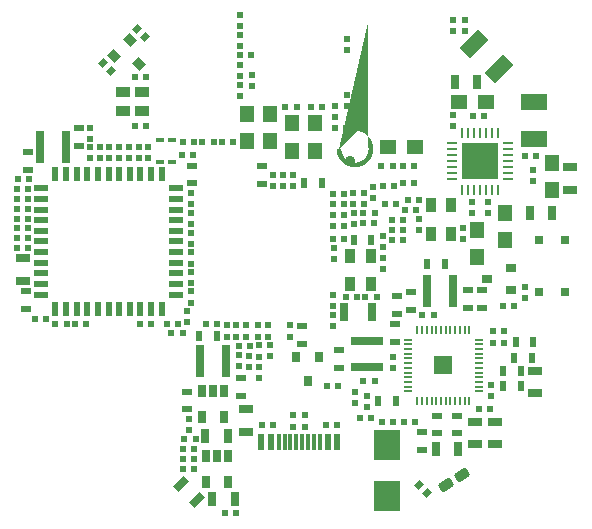
<source format=gtp>
G04 #@! TF.GenerationSoftware,KiCad,Pcbnew,7.0.10*
G04 #@! TF.CreationDate,2024-04-11T11:30:37+02:00*
G04 #@! TF.ProjectId,OtterCastAudioV2,4f747465-7243-4617-9374-417564696f56,rev?*
G04 #@! TF.SameCoordinates,Original*
G04 #@! TF.FileFunction,Paste,Top*
G04 #@! TF.FilePolarity,Positive*
%FSLAX46Y46*%
G04 Gerber Fmt 4.6, Leading zero omitted, Abs format (unit mm)*
G04 Created by KiCad (PCBNEW 7.0.10) date 2024-04-11 11:30:37*
%MOMM*%
%LPD*%
G01*
G04 APERTURE LIST*
G04 Aperture macros list*
%AMRoundRect*
0 Rectangle with rounded corners*
0 $1 Rounding radius*
0 $2 $3 $4 $5 $6 $7 $8 $9 X,Y pos of 4 corners*
0 Add a 4 corners polygon primitive as box body*
4,1,4,$2,$3,$4,$5,$6,$7,$8,$9,$2,$3,0*
0 Add four circle primitives for the rounded corners*
1,1,$1+$1,$2,$3*
1,1,$1+$1,$4,$5*
1,1,$1+$1,$6,$7*
1,1,$1+$1,$8,$9*
0 Add four rect primitives between the rounded corners*
20,1,$1+$1,$2,$3,$4,$5,0*
20,1,$1+$1,$4,$5,$6,$7,0*
20,1,$1+$1,$6,$7,$8,$9,0*
20,1,$1+$1,$8,$9,$2,$3,0*%
%AMRotRect*
0 Rectangle, with rotation*
0 The origin of the aperture is its center*
0 $1 length*
0 $2 width*
0 $3 Rotation angle, in degrees counterclockwise*
0 Add horizontal line*
21,1,$1,$2,0,0,$3*%
%AMFreePoly0*
4,1,81,1.592473,1.530917,1.828976,1.474138,2.053685,1.381059,2.261067,1.253976,2.446016,1.096016,2.603976,0.911067,2.731060,0.703684,2.824138,0.478976,2.880917,0.242473,2.900000,0.000000,2.880917,-0.242473,2.824138,-0.478976,2.731060,-0.703684,2.603976,-0.911067,2.446016,-1.096016,2.261067,-1.253976,2.053685,-1.381059,1.828976,-1.474138,1.592473,-1.530917,1.350000,-1.550000,
1.107527,-1.530917,0.871024,-1.474138,0.646315,-1.381060,0.438933,-1.253975,0.253984,-1.096016,0.096024,-0.911067,-0.031060,-0.703685,-0.124138,-0.478976,-0.180917,-0.242473,-0.198792,-0.015355,0.196495,-0.015356,0.214738,-0.212217,0.273063,-0.417208,0.368061,-0.607991,0.496499,-0.778069,0.654001,-0.921652,0.835205,-1.033848,1.033939,-1.110838,1.243437,-1.150000,1.456563,-1.150000,
1.666061,-1.110838,1.864795,-1.033848,2.045999,-0.921652,2.203501,-0.778068,2.331938,-0.607991,2.426937,-0.417208,2.485263,-0.212217,2.504927,0.000000,2.485263,0.212217,2.426937,0.417208,2.331938,0.607991,2.203501,0.778068,2.045999,0.921652,1.864795,1.033848,1.666061,1.110838,1.456563,1.150000,1.243437,1.150000,1.033939,1.110838,0.835205,1.033848,0.654001,0.921652,
0.496499,0.778069,0.368061,0.607991,0.273063,0.417208,0.214738,0.212217,0.196495,0.015356,0.199999,0.000000,0.196495,-0.015356,-0.198792,-0.015355,-0.198792,-0.015353,-0.199999,0.000000,-0.180917,0.242473,-0.124138,0.478976,-0.031060,0.703685,0.096024,0.911067,0.253984,1.096016,0.438933,1.253975,0.646315,1.381060,0.871024,1.474138,1.107527,1.530917,1.350000,1.550000,
1.592473,1.530917,1.592473,1.530917,$1*%
G04 Aperture macros list end*
%ADD10R,0.500000X0.600000*%
%ADD11R,1.250000X1.400000*%
%ADD12R,2.250000X1.315000*%
%ADD13R,1.400000X1.250000*%
%ADD14R,0.600000X0.500000*%
%ADD15R,0.700000X1.300000*%
%ADD16R,0.250000X0.900000*%
%ADD17R,0.900000X0.250000*%
%ADD18R,3.140000X3.140000*%
%ADD19R,0.800000X0.900000*%
%ADD20R,0.900000X0.600000*%
%ADD21R,1.300000X0.700000*%
%ADD22RotRect,0.700000X1.300000X135.000000*%
%ADD23R,0.600000X0.900000*%
%ADD24R,1.225000X0.850000*%
%ADD25RoundRect,0.212500X0.212787X0.399848X-0.450444X-0.047507X-0.212787X-0.399848X0.450444X0.047507X0*%
%ADD26R,2.300000X2.500000*%
%ADD27R,0.600000X1.450000*%
%ADD28R,0.300000X1.450000*%
%ADD29R,0.900000X0.800000*%
%ADD30RotRect,0.500000X0.600000X135.000000*%
%ADD31R,0.650000X1.060000*%
%ADD32R,2.700000X0.800000*%
%ADD33R,0.800000X2.700000*%
%ADD34R,0.200000X0.800000*%
%ADD35R,0.800000X0.200000*%
%ADD36R,1.620000X1.620000*%
%ADD37RotRect,1.315000X2.250000X135.000000*%
%ADD38R,0.950000X1.200000*%
%ADD39R,1.200000X0.510000*%
%ADD40R,0.510000X1.200000*%
%ADD41R,0.790000X0.440000*%
%ADD42RotRect,0.900000X0.800000X315.000000*%
%ADD43RotRect,0.500000X0.600000X315.000000*%
%ADD44R,0.650000X0.800000*%
%ADD45FreePoly0,315.000000*%
%ADD46C,0.900000*%
%ADD47R,0.750000X1.500000*%
G04 APERTURE END LIST*
D10*
X91805000Y-91350000D03*
X92745000Y-91350000D03*
D11*
X101350000Y-92100000D03*
X101350000Y-89800000D03*
X99400000Y-92100000D03*
X99400000Y-89800000D03*
D12*
X119850000Y-91087500D03*
X119850000Y-88012500D03*
D13*
X109775000Y-91800000D03*
X107475000Y-91800000D03*
D10*
X104970000Y-87400000D03*
X104030000Y-87400000D03*
X103970000Y-90150000D03*
X103030000Y-90150000D03*
X107895000Y-93375000D03*
X106955000Y-93375000D03*
D14*
X95000000Y-83220000D03*
X95000000Y-82280000D03*
X95000000Y-81570000D03*
X95000000Y-80630000D03*
X104825000Y-89280000D03*
X104825000Y-90220000D03*
D10*
X90130000Y-91350000D03*
X91070000Y-91350000D03*
X94980000Y-84050000D03*
X95920000Y-84050000D03*
D14*
X95000000Y-85820000D03*
X95000000Y-84880000D03*
D10*
X109710000Y-94850000D03*
X108770000Y-94850000D03*
X108020000Y-95090000D03*
X107080000Y-95090000D03*
D14*
X106280000Y-96140000D03*
X106280000Y-95200000D03*
D15*
X121400000Y-97375000D03*
X119500000Y-97375000D03*
X115075000Y-86275000D03*
X113175000Y-86275000D03*
D10*
X100980000Y-88400000D03*
X101920000Y-88400000D03*
X104970000Y-88300000D03*
X104030000Y-88300000D03*
X99770000Y-88400000D03*
X98830000Y-88400000D03*
D14*
X104000000Y-82630000D03*
X104000000Y-83570000D03*
D11*
X95549999Y-91300000D03*
X95549999Y-89000000D03*
X97500000Y-91300000D03*
X97500000Y-89000000D03*
D10*
X115670000Y-89150000D03*
X114730000Y-89150000D03*
X119130000Y-92600000D03*
X120070000Y-92600000D03*
D11*
X117400000Y-97400000D03*
X117400000Y-99700000D03*
D14*
X113050000Y-89055000D03*
X113050000Y-89995000D03*
X114000000Y-82020000D03*
X114000000Y-81080000D03*
X95000000Y-86580000D03*
X95000000Y-87520000D03*
D13*
X115825000Y-87950000D03*
X113525000Y-87950000D03*
D11*
X121400000Y-95450000D03*
X121400000Y-93150000D03*
D16*
X113800000Y-95400000D03*
X114300000Y-95400000D03*
X114800000Y-95400000D03*
X115300000Y-95400000D03*
X115800000Y-95400000D03*
X116300000Y-95400000D03*
X116800000Y-95400000D03*
D17*
X117700000Y-94500000D03*
X117700000Y-94000000D03*
X117700000Y-93500000D03*
X117700000Y-93000000D03*
X117700000Y-92500000D03*
X117700000Y-92000000D03*
X117700000Y-91500000D03*
D16*
X116800000Y-90600000D03*
X116300000Y-90600000D03*
X115800000Y-90600000D03*
X115300000Y-90600000D03*
X114800000Y-90600000D03*
X114300000Y-90600000D03*
X113800000Y-90600000D03*
D17*
X112900000Y-91500000D03*
X112900000Y-92000000D03*
X112900000Y-92500000D03*
X112900000Y-93000000D03*
X112900000Y-93500000D03*
X112900000Y-94000000D03*
X112900000Y-94500000D03*
D18*
X115300000Y-93000000D03*
D14*
X96000000Y-85730000D03*
X96000000Y-86670000D03*
X113000000Y-82020000D03*
X113000000Y-81080000D03*
D19*
X101650000Y-109600000D03*
X99750000Y-109600000D03*
X100700000Y-111600000D03*
D20*
X76840000Y-104005000D03*
X76840000Y-105505000D03*
D21*
X116550000Y-115050000D03*
X116550000Y-116950000D03*
D20*
X111650000Y-114550000D03*
X111650000Y-116050000D03*
D10*
X106370000Y-111600000D03*
X105430000Y-111600000D03*
D14*
X104700000Y-112530000D03*
X104700000Y-113470000D03*
D21*
X114850000Y-115050000D03*
X114850000Y-116950000D03*
D15*
X111550000Y-117400000D03*
X113450000Y-117400000D03*
D10*
X116430000Y-108420000D03*
X117370000Y-108420000D03*
D22*
X91346751Y-121646751D03*
X90003249Y-120303249D03*
D20*
X113350000Y-114550000D03*
X113350000Y-116050000D03*
D23*
X118200000Y-109650000D03*
X119700000Y-109650000D03*
D20*
X114300000Y-105425000D03*
X114300000Y-103925000D03*
D23*
X118325000Y-108350000D03*
X119825000Y-108350000D03*
D20*
X115500000Y-105425000D03*
X115500000Y-103925000D03*
D23*
X110800000Y-101700000D03*
X112300000Y-101700000D03*
D20*
X103400000Y-110500000D03*
X103400000Y-109000000D03*
X108100000Y-108300000D03*
X108100000Y-106800000D03*
X110350000Y-115950000D03*
X110350000Y-117450000D03*
X108300000Y-105900000D03*
X108300000Y-104400000D03*
D23*
X117250000Y-110800000D03*
X118750000Y-110800000D03*
X117250000Y-112000000D03*
X118750000Y-112000000D03*
D14*
X99450000Y-95070000D03*
X99450000Y-94130000D03*
X93850000Y-106905000D03*
X93850000Y-107845000D03*
X98630000Y-95070000D03*
X98630000Y-94130000D03*
D10*
X93020000Y-106800000D03*
X92080000Y-106800000D03*
D20*
X96840000Y-94925000D03*
X96840000Y-93425000D03*
D23*
X93025000Y-107775000D03*
X91525000Y-107775000D03*
D15*
X94550000Y-121600000D03*
X92650000Y-121600000D03*
D21*
X95475000Y-114025000D03*
X95475000Y-115925000D03*
D10*
X90130000Y-117350000D03*
X91070000Y-117350000D03*
D15*
X93950000Y-116300000D03*
X92050000Y-116300000D03*
D14*
X90825000Y-96595000D03*
X90825000Y-95655000D03*
D20*
X81330000Y-90230000D03*
X81330000Y-91730000D03*
D10*
X89180000Y-107575000D03*
X90120000Y-107575000D03*
D14*
X90825000Y-104970000D03*
X90825000Y-104030000D03*
X94675000Y-106905000D03*
X94675000Y-107845000D03*
X96500000Y-106905000D03*
X96500000Y-107845000D03*
X107100000Y-99355000D03*
X107100000Y-100295000D03*
X96575000Y-108605000D03*
X96575000Y-109545000D03*
X97350000Y-106910000D03*
X97350000Y-107850000D03*
D23*
X104600000Y-99710000D03*
X106100000Y-99710000D03*
D20*
X100200000Y-106950000D03*
X100200000Y-108450000D03*
D14*
X102850000Y-106005000D03*
X102850000Y-106945000D03*
D10*
X103930000Y-104525000D03*
X104870000Y-104525000D03*
X102880000Y-99550000D03*
X103820000Y-99550000D03*
D14*
X104600000Y-97380000D03*
X104600000Y-98320000D03*
D10*
X109180000Y-96330000D03*
X110120000Y-96330000D03*
X108930000Y-97150000D03*
X109870000Y-97150000D03*
D21*
X119975000Y-110750000D03*
X119975000Y-112650000D03*
D24*
X85092500Y-88750000D03*
X86717500Y-88750000D03*
X85092500Y-87145000D03*
X86717500Y-87145000D03*
D25*
X113773593Y-119545656D03*
X112426407Y-120454344D03*
D26*
X107450000Y-121350000D03*
X107450000Y-117050000D03*
D21*
X76640000Y-101230000D03*
X76640000Y-103130000D03*
D27*
X96800000Y-116800000D03*
X97600000Y-116800000D03*
D28*
X98750000Y-116800000D03*
X99750000Y-116800000D03*
X100250000Y-116800000D03*
X101250000Y-116800000D03*
D27*
X97600000Y-116800000D03*
X96800000Y-116800000D03*
X103200000Y-116800000D03*
X102400000Y-116800000D03*
D28*
X101750000Y-116800000D03*
X100750000Y-116800000D03*
X99250000Y-116800000D03*
X98250000Y-116800000D03*
D27*
X102400000Y-116800000D03*
X103200000Y-116800000D03*
D14*
X90500000Y-106645000D03*
X90500000Y-105705000D03*
D29*
X117900000Y-103950000D03*
X117900000Y-102050000D03*
X115900000Y-103000000D03*
D10*
X77130000Y-94540000D03*
X76190000Y-94540000D03*
X77050000Y-95370000D03*
X76110000Y-95370000D03*
X77060000Y-96200000D03*
X76120000Y-96200000D03*
X79355000Y-106775000D03*
X80295000Y-106775000D03*
X81970000Y-106775000D03*
X81030000Y-106775000D03*
X91020000Y-92450000D03*
X90080000Y-92450000D03*
D30*
X110832340Y-121082340D03*
X110167660Y-120417660D03*
D10*
X115180000Y-113950000D03*
X116120000Y-113950000D03*
D14*
X105700000Y-112855000D03*
X105700000Y-113795000D03*
D10*
X117230000Y-105300000D03*
X118170000Y-105300000D03*
X116360000Y-107350000D03*
X117300000Y-107350000D03*
X93730000Y-122775000D03*
X94670000Y-122775000D03*
D14*
X100500000Y-115470000D03*
X100500000Y-114530000D03*
D10*
X97770000Y-115300000D03*
X96830000Y-115300000D03*
X102230000Y-115300000D03*
X103170000Y-115300000D03*
X105130000Y-114750000D03*
X106070000Y-114750000D03*
X106980000Y-115050000D03*
X107920000Y-115050000D03*
X109770000Y-115050000D03*
X108830000Y-115050000D03*
X91070000Y-119075000D03*
X90130000Y-119075000D03*
X91070000Y-118250000D03*
X90130000Y-118250000D03*
D14*
X90650000Y-114805000D03*
X90650000Y-115745000D03*
D10*
X90280000Y-116525000D03*
X91220000Y-116525000D03*
X103800000Y-95750000D03*
X102860000Y-95750000D03*
X108805000Y-93375000D03*
X109745000Y-93375000D03*
X76105000Y-100350000D03*
X77045000Y-100350000D03*
X76105000Y-98690000D03*
X77045000Y-98690000D03*
X76105000Y-99520000D03*
X77045000Y-99520000D03*
X76105000Y-97860000D03*
X77045000Y-97860000D03*
D14*
X82290000Y-91830000D03*
X82290000Y-92770000D03*
X83110000Y-91830000D03*
X83110000Y-92770000D03*
X84750000Y-91830000D03*
X84750000Y-92770000D03*
D10*
X86520000Y-106770000D03*
X87460000Y-106770000D03*
D14*
X90825000Y-97405000D03*
X90825000Y-98345000D03*
D10*
X76110000Y-97030000D03*
X77050000Y-97030000D03*
D14*
X83930000Y-91830000D03*
X83930000Y-92770000D03*
D10*
X102860000Y-97550000D03*
X103800000Y-97550000D03*
D14*
X95500000Y-106905000D03*
X95500000Y-107845000D03*
D10*
X95795000Y-108650000D03*
X94855000Y-108650000D03*
X102860000Y-96650000D03*
X103800000Y-96650000D03*
D14*
X90825000Y-101670000D03*
X90825000Y-100730000D03*
X90825000Y-102380000D03*
X90825000Y-103320000D03*
X102850000Y-104330000D03*
X102850000Y-105270000D03*
X99200000Y-106905000D03*
X99200000Y-107845000D03*
X104585000Y-96640000D03*
X104585000Y-95700000D03*
D10*
X106370000Y-97410000D03*
X105430000Y-97410000D03*
X106360000Y-98260000D03*
X105420000Y-98260000D03*
D31*
X94000000Y-117950000D03*
X93050000Y-117950000D03*
X92100000Y-117950000D03*
X92100000Y-120150000D03*
X94000000Y-120150000D03*
D14*
X97550000Y-109520000D03*
X97550000Y-108580000D03*
X116200000Y-111930000D03*
X116200000Y-112870000D03*
D32*
X105700000Y-108200000D03*
X105700000Y-110400000D03*
D14*
X95725000Y-109455000D03*
X95725000Y-110395000D03*
X96550000Y-110405000D03*
X96550000Y-111345000D03*
D33*
X91575000Y-109950000D03*
X93775000Y-109950000D03*
D31*
X93625000Y-112425000D03*
X92675000Y-112425000D03*
X91725000Y-112425000D03*
X91725000Y-114625000D03*
X93625000Y-114625000D03*
D20*
X90500000Y-114025000D03*
X90500000Y-112525000D03*
X95100000Y-111350000D03*
X95100000Y-112850000D03*
D14*
X115975000Y-96430000D03*
X115975000Y-97370000D03*
X114625000Y-96430000D03*
X114625000Y-97370000D03*
D34*
X114400000Y-107325000D03*
X114000000Y-107325000D03*
X113600000Y-107325000D03*
X113200000Y-107325000D03*
X112800000Y-107325000D03*
X112400000Y-107325000D03*
X112000000Y-107325000D03*
X111600000Y-107325000D03*
X111200000Y-107325000D03*
X110800000Y-107325000D03*
X110400000Y-107325000D03*
X110000000Y-107325000D03*
D35*
X109225000Y-108100000D03*
X109225000Y-108500000D03*
X109225000Y-108900000D03*
X109225000Y-109300000D03*
X109225000Y-109700000D03*
X109225000Y-110100000D03*
X109225000Y-110500000D03*
X109225000Y-110900000D03*
X109225000Y-111300000D03*
X109225000Y-111700000D03*
X109225000Y-112100000D03*
X109225000Y-112500000D03*
D34*
X110000000Y-113275000D03*
X110400000Y-113275000D03*
X110800000Y-113275000D03*
X111200000Y-113275000D03*
X111600000Y-113275000D03*
X112000000Y-113275000D03*
X112400000Y-113275000D03*
X112800000Y-113275000D03*
X113200000Y-113275000D03*
X113600000Y-113275000D03*
X114000000Y-113275000D03*
X114400000Y-113275000D03*
D35*
X115175000Y-112500000D03*
X115175000Y-112100000D03*
X115175000Y-111700000D03*
X115175000Y-111300000D03*
X115175000Y-110900000D03*
X115175000Y-110500000D03*
X115175000Y-110100000D03*
X115175000Y-109700000D03*
X115175000Y-109300000D03*
X115175000Y-108900000D03*
X115175000Y-108500000D03*
X115175000Y-108100000D03*
D36*
X112200000Y-110300000D03*
D10*
X94420000Y-91350000D03*
X93480000Y-91350000D03*
D37*
X116937177Y-85237177D03*
X114762823Y-83062823D03*
D10*
X110430000Y-106050000D03*
X111370000Y-106050000D03*
D14*
X107950000Y-110545000D03*
X107950000Y-109605000D03*
D33*
X113000000Y-104000000D03*
X110800000Y-104000000D03*
D20*
X109500000Y-105600000D03*
X109500000Y-104100000D03*
D21*
X122940000Y-95400000D03*
X122940000Y-93500000D03*
D14*
X103000000Y-89270000D03*
X103000000Y-88330000D03*
X110125000Y-97930000D03*
X110125000Y-98870000D03*
X113875000Y-98680000D03*
X113875000Y-99620000D03*
D38*
X104325000Y-101000000D03*
X104325000Y-103400000D03*
X106075000Y-103400000D03*
X106075000Y-101000000D03*
D14*
X107075000Y-102170000D03*
X107075000Y-101230000D03*
D10*
X106545000Y-104525000D03*
X105605000Y-104525000D03*
X107880000Y-99650000D03*
X108820000Y-99650000D03*
X108805000Y-98820000D03*
X107865000Y-98820000D03*
X107250000Y-96610000D03*
X108190000Y-96610000D03*
X87020000Y-85900000D03*
X86080000Y-85900000D03*
X108795000Y-97990001D03*
X107855000Y-97990001D03*
D20*
X76990000Y-93710000D03*
X76990000Y-92210000D03*
D39*
X89570000Y-104300000D03*
X89570000Y-103400000D03*
X89570000Y-102500000D03*
X89570000Y-101600000D03*
X89570000Y-100700000D03*
X89570000Y-99800000D03*
X89570000Y-98900000D03*
X89570000Y-98000000D03*
X89570000Y-97100000D03*
X89570000Y-96200000D03*
X89570000Y-95300000D03*
D40*
X88350000Y-94080000D03*
X87450000Y-94080000D03*
X86550000Y-94080000D03*
X85650000Y-94080000D03*
X84750000Y-94080000D03*
X83850000Y-94080000D03*
X82950000Y-94080000D03*
X82050000Y-94080000D03*
X81150000Y-94080000D03*
X80250000Y-94080000D03*
X79350000Y-94080000D03*
D39*
X78130000Y-95300000D03*
X78130000Y-96200000D03*
X78130000Y-97100000D03*
X78130000Y-98000000D03*
X78130000Y-98900000D03*
X78130000Y-99800000D03*
X78130000Y-100700000D03*
X78130000Y-101600000D03*
X78130000Y-102500000D03*
X78130000Y-103400000D03*
X78130000Y-104300000D03*
D40*
X79350000Y-105520000D03*
X80250000Y-105520000D03*
X81150000Y-105520000D03*
X82050000Y-105520000D03*
X82950000Y-105520000D03*
X83850000Y-105520000D03*
X84750000Y-105520000D03*
X85650000Y-105520000D03*
X86550000Y-105520000D03*
X87450000Y-105520000D03*
X88350000Y-105520000D03*
D14*
X94900000Y-109430000D03*
X94900000Y-110370000D03*
X102900000Y-100355000D03*
X102900000Y-101295000D03*
D10*
X102880000Y-98450000D03*
X103820000Y-98450000D03*
D14*
X105440000Y-96640000D03*
X105440000Y-95700000D03*
D41*
X88220000Y-91240000D03*
X88220000Y-93040000D03*
X89220000Y-93040000D03*
X89220000Y-91240000D03*
D10*
X87020000Y-90000000D03*
X86080000Y-90000000D03*
D42*
X85664645Y-82721142D03*
X84321142Y-84064645D03*
X86407107Y-84807107D03*
D10*
X88780000Y-106750000D03*
X89720000Y-106750000D03*
D43*
X86292660Y-81817660D03*
X86957340Y-82482340D03*
D14*
X82290000Y-90170000D03*
X82290000Y-91110000D03*
D33*
X78060000Y-91760000D03*
X80260000Y-91760000D03*
D10*
X77655000Y-106350000D03*
X78595000Y-106350000D03*
D14*
X87220000Y-91830000D03*
X87220000Y-92770000D03*
X86400000Y-91830000D03*
X86400000Y-92770000D03*
X85580000Y-91830000D03*
X85580000Y-92770000D03*
D43*
X83417660Y-84692660D03*
X84082340Y-85357340D03*
D14*
X99500000Y-115470000D03*
X99500000Y-114530000D03*
D44*
X120325000Y-104100000D03*
X120325000Y-99700000D03*
X122475000Y-104100000D03*
X122475000Y-99700000D03*
D20*
X90950000Y-93375000D03*
X90950000Y-94875000D03*
D14*
X90825000Y-99055000D03*
X90825000Y-99995000D03*
D11*
X115025000Y-98825000D03*
X115025000Y-101125000D03*
D23*
X106650000Y-113300000D03*
X108150000Y-113300000D03*
D14*
X119800000Y-93730000D03*
X119800000Y-94670000D03*
D38*
X112875000Y-99150000D03*
X112875000Y-96750000D03*
X111125000Y-96750000D03*
X111125000Y-99150000D03*
D45*
X103345406Y-91995406D03*
D46*
X104300000Y-92950000D03*
D23*
X100440000Y-94820000D03*
X101940000Y-94820000D03*
D47*
X103750000Y-105800000D03*
X106150000Y-105800000D03*
D14*
X97810000Y-95070000D03*
X97810000Y-94130000D03*
D10*
X102330000Y-112000000D03*
X103270000Y-112000000D03*
D14*
X119100000Y-103630000D03*
X119100000Y-104570000D03*
M02*

</source>
